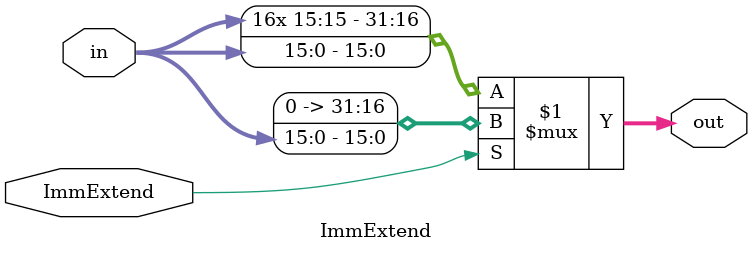
<source format=v>
module SignExtend(input[15:0] in,
		output[31:0] out);

	assign out = {{16{in[15]}}, in};

endmodule

//new!!
module ImmExtend(
    input [15:0] in,
    input ImmExtend,  // 0 = sign extend, 1 = zero extend
    output [31:0] out);
    assign out = ImmExtend ? {16'b0, in} : {{16{in[15]}}, in};
endmodule

</source>
